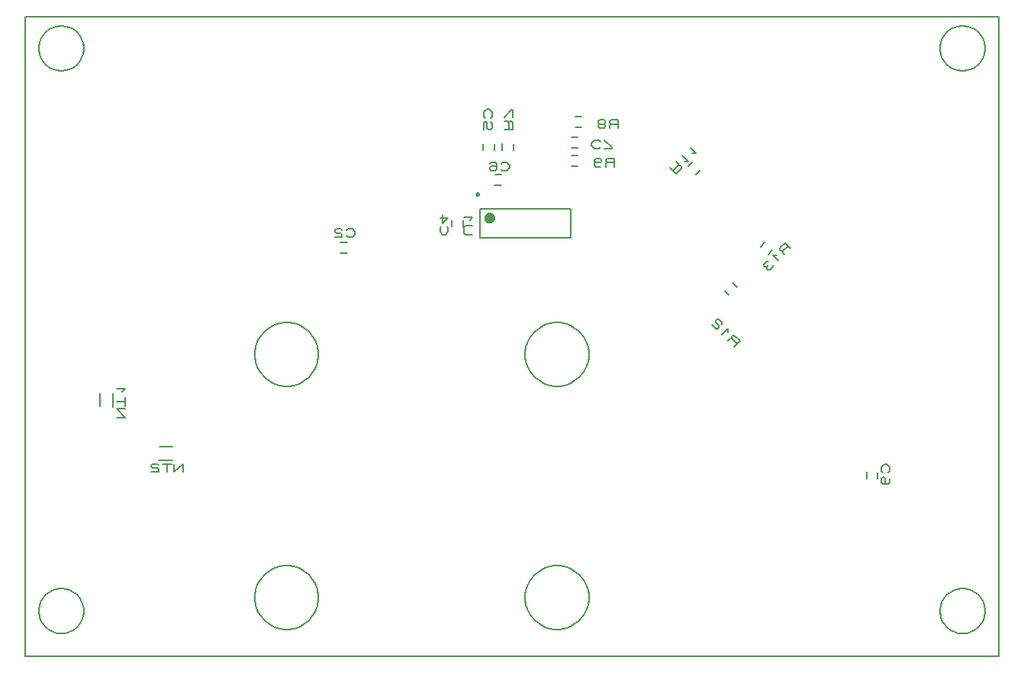
<source format=gbr>
G04 PROTEUS GERBER X2 FILE*
%TF.GenerationSoftware,Labcenter,Proteus,8.6-SP2-Build23525*%
%TF.CreationDate,2018-04-04T03:23:59+00:00*%
%TF.FileFunction,Legend,Bot*%
%TF.FilePolarity,Positive*%
%TF.Part,Single*%
%FSLAX45Y45*%
%MOMM*%
G01*
%TA.AperFunction,Material*%
%ADD73C,0.203200*%
%TA.AperFunction,Profile*%
%ADD17C,0.203200*%
%TA.AperFunction,Material*%
%ADD32C,0.250000*%
%ADD31C,0.200000*%
%ADD33C,0.600000*%
%TD.AperFunction*%
D73*
X+9058420Y-526340D02*
X+9058420Y-457760D01*
X+8936500Y-526340D02*
X+8936500Y-455220D01*
X+9175260Y-461570D02*
X+9190500Y-445695D01*
X+9190500Y-398070D01*
X+9160020Y-366320D01*
X+9129540Y-366320D01*
X+9099060Y-398070D01*
X+9099060Y-445695D01*
X+9114300Y-461570D01*
X+9129540Y-588570D02*
X+9144780Y-572695D01*
X+9144780Y-525070D01*
X+9129540Y-509195D01*
X+9114300Y-509195D01*
X+9099060Y-525070D01*
X+9099060Y-572695D01*
X+9114300Y-588570D01*
X+9175260Y-588570D01*
X+9190500Y-572695D01*
X+9190500Y-525070D01*
D17*
X-400000Y-2500000D02*
X+10400000Y-2500000D01*
X+10400000Y+4600000D01*
X-400000Y+4600000D01*
X-400000Y-2500000D01*
D73*
X+1083820Y-323660D02*
X+1236220Y-323660D01*
X+1086360Y-176340D02*
X+1236220Y-176340D01*
X+1347980Y-455740D02*
X+1347980Y-364300D01*
X+1252730Y-455740D01*
X+1252730Y-364300D01*
X+1220980Y-364300D02*
X+1125730Y-364300D01*
X+1173355Y-364300D02*
X+1173355Y-455740D01*
X+1078105Y-379540D02*
X+1062230Y-364300D01*
X+1014605Y-364300D01*
X+998730Y-379540D01*
X+998730Y-394780D01*
X+1014605Y-410020D01*
X+1062230Y-410020D01*
X+1078105Y-425260D01*
X+1078105Y-455740D01*
X+998730Y-455740D01*
X+573660Y+268860D02*
X+573660Y+421260D01*
X+426340Y+271400D02*
X+426340Y+421260D01*
X+614300Y+152020D02*
X+705740Y+152020D01*
X+614300Y+247270D01*
X+705740Y+247270D01*
X+705740Y+279020D02*
X+705740Y+374270D01*
X+705740Y+326645D02*
X+614300Y+326645D01*
X+675260Y+437770D02*
X+705740Y+469520D01*
X+614300Y+469520D01*
D32*
X+4630620Y+2629380D02*
X+4630577Y+2630419D01*
X+4630225Y+2632498D01*
X+4629488Y+2634577D01*
X+4628284Y+2636656D01*
X+4626443Y+2638706D01*
X+4624364Y+2640209D01*
X+4622285Y+2641166D01*
X+4620206Y+2641705D01*
X+4618127Y+2641880D01*
X+4618120Y+2641880D01*
X+4605620Y+2629380D02*
X+4605663Y+2630419D01*
X+4606015Y+2632498D01*
X+4606752Y+2634577D01*
X+4607956Y+2636656D01*
X+4609797Y+2638706D01*
X+4611876Y+2640209D01*
X+4613955Y+2641166D01*
X+4616034Y+2641705D01*
X+4618113Y+2641880D01*
X+4618120Y+2641880D01*
X+4605620Y+2629380D02*
X+4605663Y+2628341D01*
X+4606015Y+2626262D01*
X+4606752Y+2624183D01*
X+4607956Y+2622104D01*
X+4609797Y+2620054D01*
X+4611876Y+2618551D01*
X+4613955Y+2617594D01*
X+4616034Y+2617055D01*
X+4618113Y+2616880D01*
X+4618120Y+2616880D01*
X+4630620Y+2629380D02*
X+4630577Y+2628341D01*
X+4630225Y+2626262D01*
X+4629488Y+2624183D01*
X+4628284Y+2622104D01*
X+4626443Y+2620054D01*
X+4624364Y+2618551D01*
X+4622285Y+2617594D01*
X+4620206Y+2617055D01*
X+4618127Y+2616880D01*
X+4618120Y+2616880D01*
D31*
X+5648120Y+2469380D02*
X+5648120Y+2149380D01*
X+4648120Y+2149380D01*
X+4648120Y+2469380D01*
X+5648120Y+2469380D01*
D33*
X+4778120Y+2369380D02*
X+4778017Y+2371869D01*
X+4777175Y+2376849D01*
X+4775415Y+2381829D01*
X+4772538Y+2386809D01*
X+4768137Y+2391725D01*
X+4763157Y+2395339D01*
X+4758177Y+2397644D01*
X+4753197Y+2398947D01*
X+4748217Y+2399380D01*
X+4748120Y+2399380D01*
X+4718120Y+2369380D02*
X+4718223Y+2371869D01*
X+4719065Y+2376849D01*
X+4720825Y+2381829D01*
X+4723702Y+2386809D01*
X+4728103Y+2391725D01*
X+4733083Y+2395339D01*
X+4738063Y+2397644D01*
X+4743043Y+2398947D01*
X+4748023Y+2399380D01*
X+4748120Y+2399380D01*
X+4718120Y+2369380D02*
X+4718223Y+2366891D01*
X+4719065Y+2361911D01*
X+4720825Y+2356931D01*
X+4723702Y+2351951D01*
X+4728103Y+2347035D01*
X+4733083Y+2343421D01*
X+4738063Y+2341116D01*
X+4743043Y+2339813D01*
X+4748023Y+2339380D01*
X+4748120Y+2339380D01*
X+4778120Y+2369380D02*
X+4778017Y+2366891D01*
X+4777175Y+2361911D01*
X+4775415Y+2356931D01*
X+4772538Y+2351951D01*
X+4768137Y+2347035D01*
X+4763157Y+2343421D01*
X+4758177Y+2341116D01*
X+4753197Y+2339813D01*
X+4748217Y+2339380D01*
X+4748120Y+2339380D01*
D73*
X+4562640Y+2182380D02*
X+4486440Y+2182380D01*
X+4471200Y+2198255D01*
X+4471200Y+2261755D01*
X+4486440Y+2277630D01*
X+4562640Y+2277630D01*
X+4532160Y+2341130D02*
X+4562640Y+2372880D01*
X+4471200Y+2372880D01*
X+4332700Y+2339880D02*
X+4332700Y+2271300D01*
X+4454620Y+2339880D02*
X+4454620Y+2268760D01*
X+4215860Y+2275110D02*
X+4200620Y+2259235D01*
X+4200620Y+2211610D01*
X+4231100Y+2179860D01*
X+4261580Y+2179860D01*
X+4292060Y+2211610D01*
X+4292060Y+2259235D01*
X+4276820Y+2275110D01*
X+4231100Y+2402110D02*
X+4231100Y+2306860D01*
X+4292060Y+2370360D01*
X+4200620Y+2370360D01*
X+7359908Y+1557473D02*
X+7408402Y+1508980D01*
X+7446119Y+1643684D02*
X+7496408Y+1593394D01*
X+7464132Y+937141D02*
X+7528789Y+1001798D01*
X+7472663Y+1057925D01*
X+7450661Y+1058374D01*
X+7439885Y+1047598D01*
X+7440334Y+1025596D01*
X+7496461Y+969470D01*
X+7440334Y+1025596D02*
X+7418332Y+1026045D01*
X+7396780Y+1004493D01*
X+7394983Y+1092499D02*
X+7394085Y+1136503D01*
X+7329427Y+1071845D01*
X+7327183Y+1181852D02*
X+7326734Y+1203854D01*
X+7293058Y+1237530D01*
X+7271056Y+1237979D01*
X+7260280Y+1227203D01*
X+7260729Y+1205201D01*
X+7294405Y+1171525D01*
X+7294854Y+1149524D01*
X+7273301Y+1127971D01*
X+7217175Y+1184098D01*
X+7842526Y+1959908D02*
X+7891019Y+2008402D01*
X+7756315Y+2046119D02*
X+7806605Y+2096408D01*
X+8093972Y+2024566D02*
X+8029315Y+2089223D01*
X+7973188Y+2033097D01*
X+7972739Y+2011095D01*
X+7983515Y+2000319D01*
X+8005517Y+2000768D01*
X+8061643Y+2056895D01*
X+8005517Y+2000768D02*
X+8005068Y+1978766D01*
X+8026620Y+1957214D01*
X+7938614Y+1955417D02*
X+7894610Y+1954519D01*
X+7959268Y+1889861D01*
X+7849261Y+1887617D02*
X+7827259Y+1887168D01*
X+7793583Y+1853492D01*
X+7793134Y+1831490D01*
X+7803910Y+1820714D01*
X+7825912Y+1821163D01*
X+7825463Y+1799161D01*
X+7836239Y+1788385D01*
X+7858241Y+1788834D01*
X+7891917Y+1822510D01*
X+7892366Y+1844512D01*
X+7848363Y+1843614D02*
X+7825912Y+1821163D01*
X+7006605Y+2989224D02*
X+6958112Y+2940730D01*
X+7092816Y+2903013D02*
X+7042526Y+2852724D01*
X+6755159Y+2924566D02*
X+6819816Y+2859909D01*
X+6875943Y+2916035D01*
X+6876392Y+2938037D01*
X+6865616Y+2948813D01*
X+6843614Y+2948364D01*
X+6787488Y+2892237D01*
X+6843614Y+2948364D02*
X+6844063Y+2970366D01*
X+6822511Y+2991918D01*
X+6910517Y+2993715D02*
X+6954521Y+2994613D01*
X+6889863Y+3059271D01*
X+7000319Y+3083517D02*
X+7044323Y+3084415D01*
X+6979665Y+3149073D01*
X+5702300Y+3370580D02*
X+5770880Y+3370580D01*
X+5702300Y+3492500D02*
X+5773420Y+3492500D01*
X+6179820Y+3365500D02*
X+6179820Y+3456940D01*
X+6100445Y+3456940D01*
X+6084570Y+3441700D01*
X+6084570Y+3426460D01*
X+6100445Y+3411220D01*
X+6179820Y+3411220D01*
X+6100445Y+3411220D02*
X+6084570Y+3395980D01*
X+6084570Y+3365500D01*
X+6021070Y+3411220D02*
X+6036945Y+3426460D01*
X+6036945Y+3441700D01*
X+6021070Y+3456940D01*
X+5973445Y+3456940D01*
X+5957570Y+3441700D01*
X+5957570Y+3426460D01*
X+5973445Y+3411220D01*
X+6021070Y+3411220D01*
X+6036945Y+3395980D01*
X+6036945Y+3380740D01*
X+6021070Y+3365500D01*
X+5973445Y+3365500D01*
X+5957570Y+3380740D01*
X+5957570Y+3395980D01*
X+5973445Y+3411220D01*
X+5660300Y+3141580D02*
X+5728880Y+3141580D01*
X+5660300Y+3263500D02*
X+5731420Y+3263500D01*
X+5979070Y+3212700D02*
X+5963195Y+3227940D01*
X+5915570Y+3227940D01*
X+5883820Y+3197460D01*
X+5883820Y+3166980D01*
X+5915570Y+3136500D01*
X+5963195Y+3136500D01*
X+5979070Y+3151740D01*
X+6026695Y+3136500D02*
X+6106070Y+3136500D01*
X+6106070Y+3151740D01*
X+6026695Y+3227940D01*
X+5660300Y+2941580D02*
X+5728880Y+2941580D01*
X+5660300Y+3063500D02*
X+5731420Y+3063500D01*
X+6137820Y+2936500D02*
X+6137820Y+3027940D01*
X+6058445Y+3027940D01*
X+6042570Y+3012700D01*
X+6042570Y+2997460D01*
X+6058445Y+2982220D01*
X+6137820Y+2982220D01*
X+6058445Y+2982220D02*
X+6042570Y+2966980D01*
X+6042570Y+2936500D01*
X+5915570Y+2997460D02*
X+5931445Y+2982220D01*
X+5979070Y+2982220D01*
X+5994945Y+2997460D01*
X+5994945Y+3012700D01*
X+5979070Y+3027940D01*
X+5931445Y+3027940D01*
X+5915570Y+3012700D01*
X+5915570Y+2951740D01*
X+5931445Y+2936500D01*
X+5979070Y+2936500D01*
X+4681220Y+3187700D02*
X+4681220Y+3119120D01*
X+4803140Y+3187700D02*
X+4803140Y+3116580D01*
X+4765040Y+3478530D02*
X+4780280Y+3494405D01*
X+4780280Y+3542030D01*
X+4749800Y+3573780D01*
X+4719320Y+3573780D01*
X+4688840Y+3542030D01*
X+4688840Y+3494405D01*
X+4704080Y+3478530D01*
X+4688840Y+3351530D02*
X+4688840Y+3430905D01*
X+4719320Y+3430905D01*
X+4719320Y+3367405D01*
X+4734560Y+3351530D01*
X+4765040Y+3351530D01*
X+4780280Y+3367405D01*
X+4780280Y+3415030D01*
X+4765040Y+3430905D01*
X+5016040Y+3121660D02*
X+5016040Y+3190240D01*
X+4894120Y+3121660D02*
X+4894120Y+3192780D01*
X+4916980Y+3345180D02*
X+5008420Y+3345180D01*
X+5008420Y+3424555D01*
X+4993180Y+3440430D01*
X+4977940Y+3440430D01*
X+4962700Y+3424555D01*
X+4962700Y+3345180D01*
X+4962700Y+3424555D02*
X+4947460Y+3440430D01*
X+4916980Y+3440430D01*
X+5008420Y+3488055D02*
X+5008420Y+3567430D01*
X+4993180Y+3567430D01*
X+4916980Y+3488055D01*
X+4879340Y+2852420D02*
X+4810760Y+2852420D01*
X+4879340Y+2730500D02*
X+4808220Y+2730500D01*
X+4878070Y+2908300D02*
X+4893945Y+2893060D01*
X+4941570Y+2893060D01*
X+4973320Y+2923540D01*
X+4973320Y+2954020D01*
X+4941570Y+2984500D01*
X+4893945Y+2984500D01*
X+4878070Y+2969260D01*
X+4751070Y+2969260D02*
X+4766945Y+2984500D01*
X+4814570Y+2984500D01*
X+4830445Y+2969260D01*
X+4830445Y+2908300D01*
X+4814570Y+2893060D01*
X+4766945Y+2893060D01*
X+4751070Y+2908300D01*
X+4751070Y+2923540D01*
X+4766945Y+2938780D01*
X+4830445Y+2938780D01*
X+3098800Y+1973580D02*
X+3167380Y+1973580D01*
X+3098800Y+2095500D02*
X+3169920Y+2095500D01*
X+3163570Y+2167889D02*
X+3179445Y+2152649D01*
X+3227070Y+2152649D01*
X+3258820Y+2183129D01*
X+3258820Y+2213609D01*
X+3227070Y+2244089D01*
X+3179445Y+2244089D01*
X+3163570Y+2228849D01*
X+3115945Y+2228849D02*
X+3100070Y+2244089D01*
X+3052445Y+2244089D01*
X+3036570Y+2228849D01*
X+3036570Y+2213609D01*
X+3052445Y+2198369D01*
X+3100070Y+2198369D01*
X+3115945Y+2183129D01*
X+3115945Y+2152649D01*
X+3036570Y+2152649D01*
D17*
X+250000Y-2000000D02*
X+249185Y-1979829D01*
X+242566Y-1939486D01*
X+228753Y-1899143D01*
X+206307Y-1858800D01*
X+172010Y-1818582D01*
X+131667Y-1787482D01*
X+91324Y-1767277D01*
X+50981Y-1755253D01*
X+10638Y-1750226D01*
X+0Y-1750000D01*
X-250000Y-2000000D02*
X-249185Y-1979829D01*
X-242566Y-1939486D01*
X-228753Y-1899143D01*
X-206307Y-1858800D01*
X-172010Y-1818582D01*
X-131667Y-1787482D01*
X-91324Y-1767277D01*
X-50981Y-1755253D01*
X-10638Y-1750226D01*
X+0Y-1750000D01*
X-250000Y-2000000D02*
X-249185Y-2020171D01*
X-242566Y-2060514D01*
X-228753Y-2100857D01*
X-206307Y-2141200D01*
X-172010Y-2181418D01*
X-131667Y-2212518D01*
X-91324Y-2232723D01*
X-50981Y-2244747D01*
X-10638Y-2249774D01*
X+0Y-2250000D01*
X+250000Y-2000000D02*
X+249185Y-2020171D01*
X+242566Y-2060514D01*
X+228753Y-2100857D01*
X+206307Y-2141200D01*
X+172010Y-2181418D01*
X+131667Y-2212518D01*
X+91324Y-2232723D01*
X+50981Y-2244747D01*
X+10638Y-2249774D01*
X+0Y-2250000D01*
X+10250000Y-2000000D02*
X+10249185Y-1979829D01*
X+10242566Y-1939486D01*
X+10228753Y-1899143D01*
X+10206307Y-1858800D01*
X+10172010Y-1818582D01*
X+10131667Y-1787482D01*
X+10091324Y-1767277D01*
X+10050981Y-1755253D01*
X+10010638Y-1750226D01*
X+10000000Y-1750000D01*
X+9750000Y-2000000D02*
X+9750815Y-1979829D01*
X+9757434Y-1939486D01*
X+9771247Y-1899143D01*
X+9793693Y-1858800D01*
X+9827990Y-1818582D01*
X+9868333Y-1787482D01*
X+9908676Y-1767277D01*
X+9949019Y-1755253D01*
X+9989362Y-1750226D01*
X+10000000Y-1750000D01*
X+9750000Y-2000000D02*
X+9750815Y-2020171D01*
X+9757434Y-2060514D01*
X+9771247Y-2100857D01*
X+9793693Y-2141200D01*
X+9827990Y-2181418D01*
X+9868333Y-2212518D01*
X+9908676Y-2232723D01*
X+9949019Y-2244747D01*
X+9989362Y-2249774D01*
X+10000000Y-2250000D01*
X+10250000Y-2000000D02*
X+10249185Y-2020171D01*
X+10242566Y-2060514D01*
X+10228753Y-2100857D01*
X+10206307Y-2141200D01*
X+10172010Y-2181418D01*
X+10131667Y-2212518D01*
X+10091324Y-2232723D01*
X+10050981Y-2244747D01*
X+10010638Y-2249774D01*
X+10000000Y-2250000D01*
X+10250000Y+4250000D02*
X+10249185Y+4270171D01*
X+10242566Y+4310514D01*
X+10228753Y+4350857D01*
X+10206307Y+4391200D01*
X+10172010Y+4431418D01*
X+10131667Y+4462518D01*
X+10091324Y+4482723D01*
X+10050981Y+4494747D01*
X+10010638Y+4499774D01*
X+10000000Y+4500000D01*
X+9750000Y+4250000D02*
X+9750815Y+4270171D01*
X+9757434Y+4310514D01*
X+9771247Y+4350857D01*
X+9793693Y+4391200D01*
X+9827990Y+4431418D01*
X+9868333Y+4462518D01*
X+9908676Y+4482723D01*
X+9949019Y+4494747D01*
X+9989362Y+4499774D01*
X+10000000Y+4500000D01*
X+9750000Y+4250000D02*
X+9750815Y+4229829D01*
X+9757434Y+4189486D01*
X+9771247Y+4149143D01*
X+9793693Y+4108800D01*
X+9827990Y+4068582D01*
X+9868333Y+4037482D01*
X+9908676Y+4017277D01*
X+9949019Y+4005253D01*
X+9989362Y+4000226D01*
X+10000000Y+4000000D01*
X+10250000Y+4250000D02*
X+10249185Y+4229829D01*
X+10242566Y+4189486D01*
X+10228753Y+4149143D01*
X+10206307Y+4108800D01*
X+10172010Y+4068582D01*
X+10131667Y+4037482D01*
X+10091324Y+4017277D01*
X+10050981Y+4005253D01*
X+10010638Y+4000226D01*
X+10000000Y+4000000D01*
X+250000Y+4250000D02*
X+249185Y+4270171D01*
X+242566Y+4310514D01*
X+228753Y+4350857D01*
X+206307Y+4391200D01*
X+172010Y+4431418D01*
X+131667Y+4462518D01*
X+91324Y+4482723D01*
X+50981Y+4494747D01*
X+10638Y+4499774D01*
X+0Y+4500000D01*
X-250000Y+4250000D02*
X-249185Y+4270171D01*
X-242566Y+4310514D01*
X-228753Y+4350857D01*
X-206307Y+4391200D01*
X-172010Y+4431418D01*
X-131667Y+4462518D01*
X-91324Y+4482723D01*
X-50981Y+4494747D01*
X-10638Y+4499774D01*
X+0Y+4500000D01*
X-250000Y+4250000D02*
X-249185Y+4229829D01*
X-242566Y+4189486D01*
X-228753Y+4149143D01*
X-206307Y+4108800D01*
X-172010Y+4068582D01*
X-131667Y+4037482D01*
X-91324Y+4017277D01*
X-50981Y+4005253D01*
X-10638Y+4000226D01*
X+0Y+4000000D01*
X+250000Y+4250000D02*
X+249185Y+4229829D01*
X+242566Y+4189486D01*
X+228753Y+4149143D01*
X+206307Y+4108800D01*
X+172010Y+4068582D01*
X+131667Y+4037482D01*
X+91324Y+4017277D01*
X+50981Y+4005253D01*
X+10638Y+4000226D01*
X+0Y+4000000D01*
X+2853553Y+850000D02*
X+2852430Y+878155D01*
X+2843315Y+934467D01*
X+2824316Y+990779D01*
X+2793521Y+1047091D01*
X+2746596Y+1103358D01*
X+2690284Y+1147979D01*
X+2633972Y+1177187D01*
X+2577660Y+1194918D01*
X+2521348Y+1202908D01*
X+2500000Y+1203553D01*
X+2146447Y+850000D02*
X+2147570Y+878155D01*
X+2156685Y+934467D01*
X+2175684Y+990779D01*
X+2206479Y+1047091D01*
X+2253404Y+1103358D01*
X+2309716Y+1147979D01*
X+2366028Y+1177187D01*
X+2422340Y+1194918D01*
X+2478652Y+1202908D01*
X+2500000Y+1203553D01*
X+2146447Y+850000D02*
X+2147570Y+821845D01*
X+2156685Y+765533D01*
X+2175684Y+709221D01*
X+2206479Y+652909D01*
X+2253404Y+596642D01*
X+2309716Y+552021D01*
X+2366028Y+522813D01*
X+2422340Y+505082D01*
X+2478652Y+497092D01*
X+2500000Y+496447D01*
X+2853553Y+850000D02*
X+2852430Y+821845D01*
X+2843315Y+765533D01*
X+2824316Y+709221D01*
X+2793521Y+652909D01*
X+2746596Y+596642D01*
X+2690284Y+552021D01*
X+2633972Y+522813D01*
X+2577660Y+505082D01*
X+2521348Y+497092D01*
X+2500000Y+496447D01*
X+2853553Y-1850000D02*
X+2852430Y-1821845D01*
X+2843315Y-1765533D01*
X+2824316Y-1709221D01*
X+2793521Y-1652909D01*
X+2746596Y-1596642D01*
X+2690284Y-1552021D01*
X+2633972Y-1522813D01*
X+2577660Y-1505082D01*
X+2521348Y-1497092D01*
X+2500000Y-1496447D01*
X+2146447Y-1850000D02*
X+2147570Y-1821845D01*
X+2156685Y-1765533D01*
X+2175684Y-1709221D01*
X+2206479Y-1652909D01*
X+2253404Y-1596642D01*
X+2309716Y-1552021D01*
X+2366028Y-1522813D01*
X+2422340Y-1505082D01*
X+2478652Y-1497092D01*
X+2500000Y-1496447D01*
X+2146447Y-1850000D02*
X+2147570Y-1878155D01*
X+2156685Y-1934467D01*
X+2175684Y-1990779D01*
X+2206479Y-2047091D01*
X+2253404Y-2103358D01*
X+2309716Y-2147979D01*
X+2366028Y-2177187D01*
X+2422340Y-2194918D01*
X+2478652Y-2202908D01*
X+2500000Y-2203553D01*
X+2853553Y-1850000D02*
X+2852430Y-1878155D01*
X+2843315Y-1934467D01*
X+2824316Y-1990779D01*
X+2793521Y-2047091D01*
X+2746596Y-2103358D01*
X+2690284Y-2147979D01*
X+2633972Y-2177187D01*
X+2577660Y-2194918D01*
X+2521348Y-2202908D01*
X+2500000Y-2203553D01*
X+5853553Y+850000D02*
X+5852430Y+878155D01*
X+5843315Y+934467D01*
X+5824316Y+990779D01*
X+5793521Y+1047091D01*
X+5746596Y+1103358D01*
X+5690284Y+1147979D01*
X+5633972Y+1177187D01*
X+5577660Y+1194918D01*
X+5521348Y+1202908D01*
X+5500000Y+1203553D01*
X+5146447Y+850000D02*
X+5147570Y+878155D01*
X+5156685Y+934467D01*
X+5175684Y+990779D01*
X+5206479Y+1047091D01*
X+5253404Y+1103358D01*
X+5309716Y+1147979D01*
X+5366028Y+1177187D01*
X+5422340Y+1194918D01*
X+5478652Y+1202908D01*
X+5500000Y+1203553D01*
X+5146447Y+850000D02*
X+5147570Y+821845D01*
X+5156685Y+765533D01*
X+5175684Y+709221D01*
X+5206479Y+652909D01*
X+5253404Y+596642D01*
X+5309716Y+552021D01*
X+5366028Y+522813D01*
X+5422340Y+505082D01*
X+5478652Y+497092D01*
X+5500000Y+496447D01*
X+5853553Y+850000D02*
X+5852430Y+821845D01*
X+5843315Y+765533D01*
X+5824316Y+709221D01*
X+5793521Y+652909D01*
X+5746596Y+596642D01*
X+5690284Y+552021D01*
X+5633972Y+522813D01*
X+5577660Y+505082D01*
X+5521348Y+497092D01*
X+5500000Y+496447D01*
X+5853553Y-1850000D02*
X+5852430Y-1821845D01*
X+5843315Y-1765533D01*
X+5824316Y-1709221D01*
X+5793521Y-1652909D01*
X+5746596Y-1596642D01*
X+5690284Y-1552021D01*
X+5633972Y-1522813D01*
X+5577660Y-1505082D01*
X+5521348Y-1497092D01*
X+5500000Y-1496447D01*
X+5146447Y-1850000D02*
X+5147570Y-1821845D01*
X+5156685Y-1765533D01*
X+5175684Y-1709221D01*
X+5206479Y-1652909D01*
X+5253404Y-1596642D01*
X+5309716Y-1552021D01*
X+5366028Y-1522813D01*
X+5422340Y-1505082D01*
X+5478652Y-1497092D01*
X+5500000Y-1496447D01*
X+5146447Y-1850000D02*
X+5147570Y-1878155D01*
X+5156685Y-1934467D01*
X+5175684Y-1990779D01*
X+5206479Y-2047091D01*
X+5253404Y-2103358D01*
X+5309716Y-2147979D01*
X+5366028Y-2177187D01*
X+5422340Y-2194918D01*
X+5478652Y-2202908D01*
X+5500000Y-2203553D01*
X+5853553Y-1850000D02*
X+5852430Y-1878155D01*
X+5843315Y-1934467D01*
X+5824316Y-1990779D01*
X+5793521Y-2047091D01*
X+5746596Y-2103358D01*
X+5690284Y-2147979D01*
X+5633972Y-2177187D01*
X+5577660Y-2194918D01*
X+5521348Y-2202908D01*
X+5500000Y-2203553D01*
M02*

</source>
